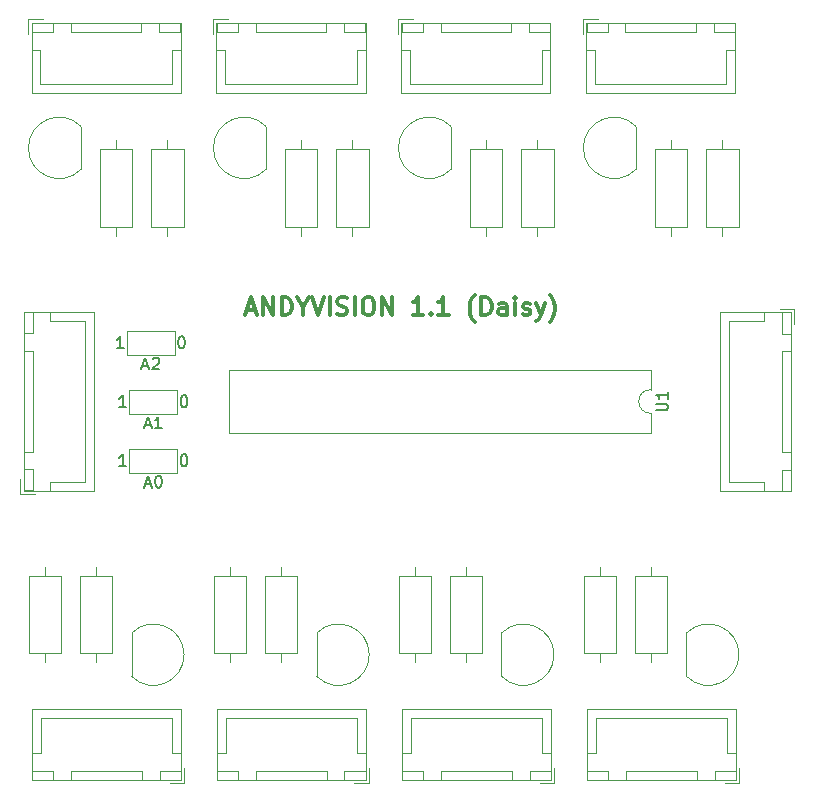
<source format=gbr>
%TF.GenerationSoftware,KiCad,Pcbnew,(6.0.10-0)*%
%TF.CreationDate,2023-02-19T00:01:58-07:00*%
%TF.ProjectId,andyvision_kicad,616e6479-7669-4736-996f-6e5f6b696361,1.0*%
%TF.SameCoordinates,Original*%
%TF.FileFunction,Legend,Top*%
%TF.FilePolarity,Positive*%
%FSLAX46Y46*%
G04 Gerber Fmt 4.6, Leading zero omitted, Abs format (unit mm)*
G04 Created by KiCad (PCBNEW (6.0.10-0)) date 2023-02-19 00:01:58*
%MOMM*%
%LPD*%
G01*
G04 APERTURE LIST*
%ADD10C,0.300000*%
%ADD11C,0.150000*%
%ADD12C,0.120000*%
G04 APERTURE END LIST*
D10*
X131928571Y-86250000D02*
X132642857Y-86250000D01*
X131785714Y-86678571D02*
X132285714Y-85178571D01*
X132785714Y-86678571D01*
X133285714Y-86678571D02*
X133285714Y-85178571D01*
X134142857Y-86678571D01*
X134142857Y-85178571D01*
X134857142Y-86678571D02*
X134857142Y-85178571D01*
X135214285Y-85178571D01*
X135428571Y-85250000D01*
X135571428Y-85392857D01*
X135642857Y-85535714D01*
X135714285Y-85821428D01*
X135714285Y-86035714D01*
X135642857Y-86321428D01*
X135571428Y-86464285D01*
X135428571Y-86607142D01*
X135214285Y-86678571D01*
X134857142Y-86678571D01*
X136642857Y-85964285D02*
X136642857Y-86678571D01*
X136142857Y-85178571D02*
X136642857Y-85964285D01*
X137142857Y-85178571D01*
X137428571Y-85178571D02*
X137928571Y-86678571D01*
X138428571Y-85178571D01*
X138928571Y-86678571D02*
X138928571Y-85178571D01*
X139571428Y-86607142D02*
X139785714Y-86678571D01*
X140142857Y-86678571D01*
X140285714Y-86607142D01*
X140357142Y-86535714D01*
X140428571Y-86392857D01*
X140428571Y-86250000D01*
X140357142Y-86107142D01*
X140285714Y-86035714D01*
X140142857Y-85964285D01*
X139857142Y-85892857D01*
X139714285Y-85821428D01*
X139642857Y-85750000D01*
X139571428Y-85607142D01*
X139571428Y-85464285D01*
X139642857Y-85321428D01*
X139714285Y-85250000D01*
X139857142Y-85178571D01*
X140214285Y-85178571D01*
X140428571Y-85250000D01*
X141071428Y-86678571D02*
X141071428Y-85178571D01*
X142071428Y-85178571D02*
X142357142Y-85178571D01*
X142500000Y-85250000D01*
X142642857Y-85392857D01*
X142714285Y-85678571D01*
X142714285Y-86178571D01*
X142642857Y-86464285D01*
X142500000Y-86607142D01*
X142357142Y-86678571D01*
X142071428Y-86678571D01*
X141928571Y-86607142D01*
X141785714Y-86464285D01*
X141714285Y-86178571D01*
X141714285Y-85678571D01*
X141785714Y-85392857D01*
X141928571Y-85250000D01*
X142071428Y-85178571D01*
X143357142Y-86678571D02*
X143357142Y-85178571D01*
X144214285Y-86678571D01*
X144214285Y-85178571D01*
X146857142Y-86678571D02*
X146000000Y-86678571D01*
X146428571Y-86678571D02*
X146428571Y-85178571D01*
X146285714Y-85392857D01*
X146142857Y-85535714D01*
X146000000Y-85607142D01*
X147500000Y-86535714D02*
X147571428Y-86607142D01*
X147500000Y-86678571D01*
X147428571Y-86607142D01*
X147500000Y-86535714D01*
X147500000Y-86678571D01*
X149000000Y-86678571D02*
X148142857Y-86678571D01*
X148571428Y-86678571D02*
X148571428Y-85178571D01*
X148428571Y-85392857D01*
X148285714Y-85535714D01*
X148142857Y-85607142D01*
X151214285Y-87250000D02*
X151142857Y-87178571D01*
X151000000Y-86964285D01*
X150928571Y-86821428D01*
X150857142Y-86607142D01*
X150785714Y-86250000D01*
X150785714Y-85964285D01*
X150857142Y-85607142D01*
X150928571Y-85392857D01*
X151000000Y-85250000D01*
X151142857Y-85035714D01*
X151214285Y-84964285D01*
X151785714Y-86678571D02*
X151785714Y-85178571D01*
X152142857Y-85178571D01*
X152357142Y-85250000D01*
X152500000Y-85392857D01*
X152571428Y-85535714D01*
X152642857Y-85821428D01*
X152642857Y-86035714D01*
X152571428Y-86321428D01*
X152500000Y-86464285D01*
X152357142Y-86607142D01*
X152142857Y-86678571D01*
X151785714Y-86678571D01*
X153928571Y-86678571D02*
X153928571Y-85892857D01*
X153857142Y-85750000D01*
X153714285Y-85678571D01*
X153428571Y-85678571D01*
X153285714Y-85750000D01*
X153928571Y-86607142D02*
X153785714Y-86678571D01*
X153428571Y-86678571D01*
X153285714Y-86607142D01*
X153214285Y-86464285D01*
X153214285Y-86321428D01*
X153285714Y-86178571D01*
X153428571Y-86107142D01*
X153785714Y-86107142D01*
X153928571Y-86035714D01*
X154642857Y-86678571D02*
X154642857Y-85678571D01*
X154642857Y-85178571D02*
X154571428Y-85250000D01*
X154642857Y-85321428D01*
X154714285Y-85250000D01*
X154642857Y-85178571D01*
X154642857Y-85321428D01*
X155285714Y-86607142D02*
X155428571Y-86678571D01*
X155714285Y-86678571D01*
X155857142Y-86607142D01*
X155928571Y-86464285D01*
X155928571Y-86392857D01*
X155857142Y-86250000D01*
X155714285Y-86178571D01*
X155500000Y-86178571D01*
X155357142Y-86107142D01*
X155285714Y-85964285D01*
X155285714Y-85892857D01*
X155357142Y-85750000D01*
X155500000Y-85678571D01*
X155714285Y-85678571D01*
X155857142Y-85750000D01*
X156428571Y-85678571D02*
X156785714Y-86678571D01*
X157142857Y-85678571D02*
X156785714Y-86678571D01*
X156642857Y-87035714D01*
X156571428Y-87107142D01*
X156428571Y-87178571D01*
X157571428Y-87250000D02*
X157642857Y-87178571D01*
X157785714Y-86964285D01*
X157857142Y-86821428D01*
X157928571Y-86607142D01*
X158000000Y-86250000D01*
X158000000Y-85964285D01*
X157928571Y-85607142D01*
X157857142Y-85392857D01*
X157785714Y-85250000D01*
X157642857Y-85035714D01*
X157571428Y-84964285D01*
D11*
%TO.C,A0*%
X123285714Y-100991666D02*
X123761904Y-100991666D01*
X123190476Y-101277380D02*
X123523809Y-100277380D01*
X123857142Y-101277380D01*
X124380952Y-100277380D02*
X124476190Y-100277380D01*
X124571428Y-100325000D01*
X124619047Y-100372619D01*
X124666666Y-100467857D01*
X124714285Y-100658333D01*
X124714285Y-100896428D01*
X124666666Y-101086904D01*
X124619047Y-101182142D01*
X124571428Y-101229761D01*
X124476190Y-101277380D01*
X124380952Y-101277380D01*
X124285714Y-101229761D01*
X124238095Y-101182142D01*
X124190476Y-101086904D01*
X124142857Y-100896428D01*
X124142857Y-100658333D01*
X124190476Y-100467857D01*
X124238095Y-100372619D01*
X124285714Y-100325000D01*
X124380952Y-100277380D01*
X126552380Y-98477380D02*
X126647619Y-98477380D01*
X126742857Y-98525000D01*
X126790476Y-98572619D01*
X126838095Y-98667857D01*
X126885714Y-98858333D01*
X126885714Y-99096428D01*
X126838095Y-99286904D01*
X126790476Y-99382142D01*
X126742857Y-99429761D01*
X126647619Y-99477380D01*
X126552380Y-99477380D01*
X126457142Y-99429761D01*
X126409523Y-99382142D01*
X126361904Y-99286904D01*
X126314285Y-99096428D01*
X126314285Y-98858333D01*
X126361904Y-98667857D01*
X126409523Y-98572619D01*
X126457142Y-98525000D01*
X126552380Y-98477380D01*
X121685714Y-99477380D02*
X121114285Y-99477380D01*
X121400000Y-99477380D02*
X121400000Y-98477380D01*
X121304761Y-98620238D01*
X121209523Y-98715476D01*
X121114285Y-98763095D01*
%TO.C,A1*%
X123285714Y-95991666D02*
X123761904Y-95991666D01*
X123190476Y-96277380D02*
X123523809Y-95277380D01*
X123857142Y-96277380D01*
X124714285Y-96277380D02*
X124142857Y-96277380D01*
X124428571Y-96277380D02*
X124428571Y-95277380D01*
X124333333Y-95420238D01*
X124238095Y-95515476D01*
X124142857Y-95563095D01*
X121685714Y-94477380D02*
X121114285Y-94477380D01*
X121400000Y-94477380D02*
X121400000Y-93477380D01*
X121304761Y-93620238D01*
X121209523Y-93715476D01*
X121114285Y-93763095D01*
X126552380Y-93477380D02*
X126647619Y-93477380D01*
X126742857Y-93525000D01*
X126790476Y-93572619D01*
X126838095Y-93667857D01*
X126885714Y-93858333D01*
X126885714Y-94096428D01*
X126838095Y-94286904D01*
X126790476Y-94382142D01*
X126742857Y-94429761D01*
X126647619Y-94477380D01*
X126552380Y-94477380D01*
X126457142Y-94429761D01*
X126409523Y-94382142D01*
X126361904Y-94286904D01*
X126314285Y-94096428D01*
X126314285Y-93858333D01*
X126361904Y-93667857D01*
X126409523Y-93572619D01*
X126457142Y-93525000D01*
X126552380Y-93477380D01*
%TO.C,U1*%
X166554880Y-94746904D02*
X167364404Y-94746904D01*
X167459642Y-94699285D01*
X167507261Y-94651666D01*
X167554880Y-94556428D01*
X167554880Y-94365952D01*
X167507261Y-94270714D01*
X167459642Y-94223095D01*
X167364404Y-94175476D01*
X166554880Y-94175476D01*
X167554880Y-93175476D02*
X167554880Y-93746904D01*
X167554880Y-93461190D02*
X166554880Y-93461190D01*
X166697738Y-93556428D01*
X166792976Y-93651666D01*
X166840595Y-93746904D01*
%TO.C,A2*%
X123085714Y-90991666D02*
X123561904Y-90991666D01*
X122990476Y-91277380D02*
X123323809Y-90277380D01*
X123657142Y-91277380D01*
X123942857Y-90372619D02*
X123990476Y-90325000D01*
X124085714Y-90277380D01*
X124323809Y-90277380D01*
X124419047Y-90325000D01*
X124466666Y-90372619D01*
X124514285Y-90467857D01*
X124514285Y-90563095D01*
X124466666Y-90705952D01*
X123895238Y-91277380D01*
X124514285Y-91277380D01*
X121485714Y-89477380D02*
X120914285Y-89477380D01*
X121200000Y-89477380D02*
X121200000Y-88477380D01*
X121104761Y-88620238D01*
X121009523Y-88715476D01*
X120914285Y-88763095D01*
X126352380Y-88477380D02*
X126447619Y-88477380D01*
X126542857Y-88525000D01*
X126590476Y-88572619D01*
X126638095Y-88667857D01*
X126685714Y-88858333D01*
X126685714Y-89096428D01*
X126638095Y-89286904D01*
X126590476Y-89382142D01*
X126542857Y-89429761D01*
X126447619Y-89477380D01*
X126352380Y-89477380D01*
X126257142Y-89429761D01*
X126209523Y-89382142D01*
X126161904Y-89286904D01*
X126114285Y-89096428D01*
X126114285Y-88858333D01*
X126161904Y-88667857D01*
X126209523Y-88572619D01*
X126257142Y-88525000D01*
X126352380Y-88477380D01*
D12*
%TO.C,R12*%
X149120000Y-115300000D02*
X151860000Y-115300000D01*
X151860000Y-108760000D02*
X149120000Y-108760000D01*
X150490000Y-107990000D02*
X150490000Y-108760000D01*
X149120000Y-108760000D02*
X149120000Y-115300000D01*
X151860000Y-115300000D02*
X151860000Y-108760000D01*
X150490000Y-116070000D02*
X150490000Y-115300000D01*
%TO.C,R16*%
X120540000Y-115300000D02*
X120540000Y-108760000D01*
X119170000Y-116070000D02*
X119170000Y-115300000D01*
X120540000Y-108760000D02*
X117800000Y-108760000D01*
X117800000Y-108760000D02*
X117800000Y-115300000D01*
X119170000Y-107990000D02*
X119170000Y-108760000D01*
X117800000Y-115300000D02*
X120540000Y-115300000D01*
%TO.C,R6*%
X152190000Y-71880000D02*
X152190000Y-72650000D01*
X153560000Y-72650000D02*
X150820000Y-72650000D01*
X150820000Y-72650000D02*
X150820000Y-79190000D01*
X153560000Y-79190000D02*
X153560000Y-72650000D01*
X150820000Y-79190000D02*
X153560000Y-79190000D01*
X152190000Y-79960000D02*
X152190000Y-79190000D01*
%TO.C,R11*%
X147530000Y-115300000D02*
X147530000Y-108760000D01*
X146160000Y-116070000D02*
X146160000Y-115300000D01*
X144790000Y-108760000D02*
X144790000Y-115300000D01*
X144790000Y-115300000D02*
X147530000Y-115300000D01*
X147530000Y-108760000D02*
X144790000Y-108760000D01*
X146160000Y-107990000D02*
X146160000Y-108760000D01*
%TO.C,J2*%
X112725000Y-100575000D02*
X112725000Y-101825000D01*
X115275000Y-87175000D02*
X118225000Y-87175000D01*
X113775000Y-101525000D02*
X113775000Y-99725000D01*
X113015000Y-86415000D02*
X113015000Y-101535000D01*
X112725000Y-101825000D02*
X113975000Y-101825000D01*
X113025000Y-98225000D02*
X113775000Y-98225000D01*
X113025000Y-99725000D02*
X113025000Y-101525000D01*
X115275000Y-100775000D02*
X118225000Y-100775000D01*
X113025000Y-101525000D02*
X113775000Y-101525000D01*
X113775000Y-98225000D02*
X113775000Y-89725000D01*
X118225000Y-87175000D02*
X118225000Y-93975000D01*
X113025000Y-86425000D02*
X113025000Y-88225000D01*
X113015000Y-101535000D02*
X118985000Y-101535000D01*
X113775000Y-88225000D02*
X113775000Y-86425000D01*
X113025000Y-88225000D02*
X113775000Y-88225000D01*
X113775000Y-99725000D02*
X113025000Y-99725000D01*
X118225000Y-100775000D02*
X118225000Y-93975000D01*
X118985000Y-86415000D02*
X113015000Y-86415000D01*
X113775000Y-86425000D02*
X113025000Y-86425000D01*
X115275000Y-86425000D02*
X115275000Y-87175000D01*
X115275000Y-101525000D02*
X115275000Y-100775000D01*
X118985000Y-101535000D02*
X118985000Y-86415000D01*
X113775000Y-89725000D02*
X113025000Y-89725000D01*
X113025000Y-89725000D02*
X113025000Y-98225000D01*
%TO.C,J9*%
X141985000Y-123755000D02*
X141235000Y-123755000D01*
X132685000Y-125255000D02*
X132685000Y-126005000D01*
X129375000Y-126015000D02*
X141995000Y-126015000D01*
X142285000Y-126305000D02*
X142285000Y-125055000D01*
X141995000Y-120045000D02*
X129375000Y-120045000D01*
X129385000Y-126005000D02*
X131185000Y-126005000D01*
X141235000Y-120805000D02*
X135685000Y-120805000D01*
X140185000Y-126005000D02*
X141985000Y-126005000D01*
X141985000Y-126005000D02*
X141985000Y-125255000D01*
X129385000Y-125255000D02*
X129385000Y-126005000D01*
X141985000Y-125255000D02*
X140185000Y-125255000D01*
X130135000Y-120805000D02*
X135685000Y-120805000D01*
X131185000Y-126005000D02*
X131185000Y-125255000D01*
X140185000Y-125255000D02*
X140185000Y-126005000D01*
X129385000Y-123755000D02*
X130135000Y-123755000D01*
X130135000Y-123755000D02*
X130135000Y-120805000D01*
X131185000Y-125255000D02*
X129385000Y-125255000D01*
X132685000Y-126005000D02*
X138685000Y-126005000D01*
X141995000Y-126015000D02*
X141995000Y-120045000D01*
X141235000Y-123755000D02*
X141235000Y-120805000D01*
X141035000Y-126305000D02*
X142285000Y-126305000D01*
X138685000Y-126005000D02*
X138685000Y-125255000D01*
X138685000Y-125255000D02*
X132685000Y-125255000D01*
X129375000Y-120045000D02*
X129375000Y-126015000D01*
%TO.C,R13*%
X130485000Y-107990000D02*
X130485000Y-108760000D01*
X129115000Y-115300000D02*
X131855000Y-115300000D01*
X129115000Y-108760000D02*
X129115000Y-115300000D01*
X131855000Y-115300000D02*
X131855000Y-108760000D01*
X130485000Y-116070000D02*
X130485000Y-115300000D01*
X131855000Y-108760000D02*
X129115000Y-108760000D01*
%TO.C,Q4*%
X164860000Y-74320000D02*
X164860000Y-70720000D01*
X160409999Y-72520000D02*
G75*
G03*
X164848478Y-74358478I2600001J0D01*
G01*
X164848478Y-70681522D02*
G75*
G03*
X160410000Y-72520000I-1838478J-1838478D01*
G01*
%TO.C,A0*%
X126050000Y-100025000D02*
X121950000Y-100025000D01*
X121950000Y-98025000D02*
X126050000Y-98025000D01*
X121950000Y-100025000D02*
X121950000Y-98025000D01*
X126050000Y-98025000D02*
X126050000Y-100025000D01*
%TO.C,J4*%
X130310000Y-61645000D02*
X129060000Y-61645000D01*
X141960000Y-64195000D02*
X141210000Y-64195000D01*
X141970000Y-67905000D02*
X141970000Y-61935000D01*
X140160000Y-61945000D02*
X140160000Y-62695000D01*
X138660000Y-62695000D02*
X138660000Y-61945000D01*
X130110000Y-64195000D02*
X130110000Y-67145000D01*
X129360000Y-62695000D02*
X131160000Y-62695000D01*
X140160000Y-62695000D02*
X141960000Y-62695000D01*
X129360000Y-61945000D02*
X129360000Y-62695000D01*
X131160000Y-61945000D02*
X129360000Y-61945000D01*
X141960000Y-61945000D02*
X140160000Y-61945000D01*
X141210000Y-67145000D02*
X135660000Y-67145000D01*
X138660000Y-61945000D02*
X132660000Y-61945000D01*
X130110000Y-67145000D02*
X135660000Y-67145000D01*
X129360000Y-64195000D02*
X130110000Y-64195000D01*
X132660000Y-62695000D02*
X138660000Y-62695000D01*
X129350000Y-67905000D02*
X141970000Y-67905000D01*
X132660000Y-61945000D02*
X132660000Y-62695000D01*
X141970000Y-61935000D02*
X129350000Y-61935000D01*
X129350000Y-61935000D02*
X129350000Y-67905000D01*
X141960000Y-62695000D02*
X141960000Y-61945000D01*
X131160000Y-62695000D02*
X131160000Y-61945000D01*
X129060000Y-61645000D02*
X129060000Y-62895000D01*
X141210000Y-64195000D02*
X141210000Y-67145000D01*
%TO.C,A1*%
X121950000Y-93025000D02*
X126050000Y-93025000D01*
X126050000Y-95025000D02*
X121950000Y-95025000D01*
X121950000Y-95025000D02*
X121950000Y-93025000D01*
X126050000Y-93025000D02*
X126050000Y-95025000D01*
%TO.C,R4*%
X135160000Y-72650000D02*
X135160000Y-79190000D01*
X137900000Y-72650000D02*
X135160000Y-72650000D01*
X136530000Y-79960000D02*
X136530000Y-79190000D01*
X135160000Y-79190000D02*
X137900000Y-79190000D01*
X137900000Y-79190000D02*
X137900000Y-72650000D01*
X136530000Y-71880000D02*
X136530000Y-72650000D01*
%TO.C,Q7*%
X137835000Y-113630000D02*
X137835000Y-117230000D01*
X142285001Y-115430000D02*
G75*
G03*
X137846522Y-113591522I-2600001J0D01*
G01*
X137846522Y-117268478D02*
G75*
G03*
X142285000Y-115430000I1838478J1838478D01*
G01*
%TO.C,R8*%
X167850000Y-71880000D02*
X167850000Y-72650000D01*
X167850000Y-79960000D02*
X167850000Y-79190000D01*
X169220000Y-79190000D02*
X169220000Y-72650000D01*
X166480000Y-79190000D02*
X169220000Y-79190000D01*
X166480000Y-72650000D02*
X166480000Y-79190000D01*
X169220000Y-72650000D02*
X166480000Y-72650000D01*
%TO.C,Q6*%
X153480000Y-113630000D02*
X153480000Y-117230000D01*
X157930001Y-115430000D02*
G75*
G03*
X153491522Y-113591522I-2600001J0D01*
G01*
X153491522Y-117268478D02*
G75*
G03*
X157930000Y-115430000I1838478J1838478D01*
G01*
%TO.C,R7*%
X172180000Y-71880000D02*
X172180000Y-72650000D01*
X170810000Y-72650000D02*
X170810000Y-79190000D01*
X173550000Y-79190000D02*
X173550000Y-72650000D01*
X170810000Y-79190000D02*
X173550000Y-79190000D01*
X173550000Y-72650000D02*
X170810000Y-72650000D01*
X172180000Y-79960000D02*
X172180000Y-79190000D01*
%TO.C,Q3*%
X149200000Y-74320000D02*
X149200000Y-70720000D01*
X144749999Y-72520000D02*
G75*
G03*
X149188478Y-74358478I2600001J0D01*
G01*
X149188478Y-70681522D02*
G75*
G03*
X144750000Y-72520000I-1838478J-1838478D01*
G01*
%TO.C,Q5*%
X169140000Y-113630000D02*
X169140000Y-117230000D01*
X173590001Y-115430000D02*
G75*
G03*
X169151522Y-113591522I-2600001J0D01*
G01*
X169151522Y-117268478D02*
G75*
G03*
X173590000Y-115430000I1838478J1838478D01*
G01*
%TO.C,J8*%
X145060000Y-126005000D02*
X146860000Y-126005000D01*
X157660000Y-126005000D02*
X157660000Y-125255000D01*
X146860000Y-125255000D02*
X145060000Y-125255000D01*
X157660000Y-123755000D02*
X156910000Y-123755000D01*
X156910000Y-120805000D02*
X151360000Y-120805000D01*
X145050000Y-120045000D02*
X145050000Y-126015000D01*
X154360000Y-125255000D02*
X148360000Y-125255000D01*
X157670000Y-120045000D02*
X145050000Y-120045000D01*
X145810000Y-120805000D02*
X151360000Y-120805000D01*
X145060000Y-123755000D02*
X145810000Y-123755000D01*
X156910000Y-123755000D02*
X156910000Y-120805000D01*
X148360000Y-126005000D02*
X154360000Y-126005000D01*
X154360000Y-126005000D02*
X154360000Y-125255000D01*
X145810000Y-123755000D02*
X145810000Y-120805000D01*
X145060000Y-125255000D02*
X145060000Y-126005000D01*
X157660000Y-125255000D02*
X155860000Y-125255000D01*
X156710000Y-126305000D02*
X157960000Y-126305000D01*
X155860000Y-125255000D02*
X155860000Y-126005000D01*
X145050000Y-126015000D02*
X157670000Y-126015000D01*
X155860000Y-126005000D02*
X157660000Y-126005000D01*
X157960000Y-126305000D02*
X157960000Y-125055000D01*
X157670000Y-126015000D02*
X157670000Y-120045000D01*
X146860000Y-126005000D02*
X146860000Y-125255000D01*
X148360000Y-125255000D02*
X148360000Y-126005000D01*
%TO.C,J5*%
X145010000Y-67905000D02*
X157630000Y-67905000D01*
X145020000Y-62695000D02*
X146820000Y-62695000D01*
X145770000Y-67145000D02*
X151320000Y-67145000D01*
X144720000Y-61645000D02*
X144720000Y-62895000D01*
X156870000Y-64195000D02*
X156870000Y-67145000D01*
X154320000Y-61945000D02*
X148320000Y-61945000D01*
X154320000Y-62695000D02*
X154320000Y-61945000D01*
X145010000Y-61935000D02*
X145010000Y-67905000D01*
X157620000Y-61945000D02*
X155820000Y-61945000D01*
X157630000Y-67905000D02*
X157630000Y-61935000D01*
X155820000Y-61945000D02*
X155820000Y-62695000D01*
X148320000Y-61945000D02*
X148320000Y-62695000D01*
X145770000Y-64195000D02*
X145770000Y-67145000D01*
X145020000Y-64195000D02*
X145770000Y-64195000D01*
X157630000Y-61935000D02*
X145010000Y-61935000D01*
X156870000Y-67145000D02*
X151320000Y-67145000D01*
X145970000Y-61645000D02*
X144720000Y-61645000D01*
X157620000Y-64195000D02*
X156870000Y-64195000D01*
X155820000Y-62695000D02*
X157620000Y-62695000D01*
X146820000Y-62695000D02*
X146820000Y-61945000D01*
X148320000Y-62695000D02*
X154320000Y-62695000D01*
X145020000Y-61945000D02*
X145020000Y-62695000D01*
X157620000Y-62695000D02*
X157620000Y-61945000D01*
X146820000Y-61945000D02*
X145020000Y-61945000D01*
%TO.C,J10*%
X126340000Y-126005000D02*
X126340000Y-125255000D01*
X115540000Y-126005000D02*
X115540000Y-125255000D01*
X115540000Y-125255000D02*
X113740000Y-125255000D01*
X125590000Y-123755000D02*
X125590000Y-120805000D01*
X113730000Y-120045000D02*
X113730000Y-126015000D01*
X114490000Y-123755000D02*
X114490000Y-120805000D01*
X124540000Y-125255000D02*
X124540000Y-126005000D01*
X126340000Y-123755000D02*
X125590000Y-123755000D01*
X126340000Y-125255000D02*
X124540000Y-125255000D01*
X113730000Y-126015000D02*
X126350000Y-126015000D01*
X113740000Y-126005000D02*
X115540000Y-126005000D01*
X123040000Y-126005000D02*
X123040000Y-125255000D01*
X126350000Y-120045000D02*
X113730000Y-120045000D01*
X123040000Y-125255000D02*
X117040000Y-125255000D01*
X124540000Y-126005000D02*
X126340000Y-126005000D01*
X113740000Y-125255000D02*
X113740000Y-126005000D01*
X126640000Y-126305000D02*
X126640000Y-125055000D01*
X125390000Y-126305000D02*
X126640000Y-126305000D01*
X125590000Y-120805000D02*
X120040000Y-120805000D01*
X117040000Y-126005000D02*
X123040000Y-126005000D01*
X126350000Y-126015000D02*
X126350000Y-120045000D01*
X117040000Y-125255000D02*
X117040000Y-126005000D01*
X113740000Y-123755000D02*
X114490000Y-123755000D01*
X114490000Y-120805000D02*
X120040000Y-120805000D01*
%TO.C,Q1*%
X117880000Y-74320000D02*
X117880000Y-70720000D01*
X113429999Y-72520000D02*
G75*
G03*
X117868478Y-74358478I2600001J0D01*
G01*
X117868478Y-70681522D02*
G75*
G03*
X113430000Y-72520000I-1838478J-1838478D01*
G01*
%TO.C,Q2*%
X133540000Y-74320000D02*
X133540000Y-70720000D01*
X129089999Y-72520000D02*
G75*
G03*
X133528478Y-74358478I2600001J0D01*
G01*
X133528478Y-70681522D02*
G75*
G03*
X129090000Y-72520000I-1838478J-1838478D01*
G01*
%TO.C,R9*%
X160450000Y-115300000D02*
X163190000Y-115300000D01*
X161820000Y-107990000D02*
X161820000Y-108760000D01*
X163190000Y-115300000D02*
X163190000Y-108760000D01*
X160450000Y-108760000D02*
X160450000Y-115300000D01*
X163190000Y-108760000D02*
X160450000Y-108760000D01*
X161820000Y-116070000D02*
X161820000Y-115300000D01*
%TO.C,U1*%
X166102500Y-92985000D02*
X166102500Y-91335000D01*
X166102500Y-96635000D02*
X166102500Y-94985000D01*
X130422500Y-91335000D02*
X130422500Y-96635000D01*
X166102500Y-91335000D02*
X130422500Y-91335000D01*
X130422500Y-96635000D02*
X166102500Y-96635000D01*
X166102500Y-92985000D02*
G75*
G03*
X166102500Y-94985000I0J-1000000D01*
G01*
%TO.C,R2*%
X122240000Y-79190000D02*
X122240000Y-72650000D01*
X119500000Y-79190000D02*
X122240000Y-79190000D01*
X122240000Y-72650000D02*
X119500000Y-72650000D01*
X120870000Y-79960000D02*
X120870000Y-79190000D01*
X120870000Y-71880000D02*
X120870000Y-72650000D01*
X119500000Y-72650000D02*
X119500000Y-79190000D01*
%TO.C,Q8*%
X122160000Y-113630000D02*
X122160000Y-117230000D01*
X122171522Y-117268478D02*
G75*
G03*
X126610000Y-115430000I1838478J1838478D01*
G01*
X126610001Y-115430000D02*
G75*
G03*
X122171522Y-113591522I-2600001J0D01*
G01*
%TO.C,R3*%
X140860000Y-79960000D02*
X140860000Y-79190000D01*
X140860000Y-71880000D02*
X140860000Y-72650000D01*
X142230000Y-72650000D02*
X139490000Y-72650000D01*
X142230000Y-79190000D02*
X142230000Y-72650000D01*
X139490000Y-79190000D02*
X142230000Y-79190000D01*
X139490000Y-72650000D02*
X139490000Y-79190000D01*
%TO.C,R1*%
X125200000Y-71880000D02*
X125200000Y-72650000D01*
X126570000Y-79190000D02*
X126570000Y-72650000D01*
X125200000Y-79960000D02*
X125200000Y-79190000D01*
X123830000Y-79190000D02*
X126570000Y-79190000D01*
X123830000Y-72650000D02*
X123830000Y-79190000D01*
X126570000Y-72650000D02*
X123830000Y-72650000D01*
%TO.C,J6*%
X171480000Y-61945000D02*
X171480000Y-62695000D01*
X163980000Y-61945000D02*
X163980000Y-62695000D01*
X173290000Y-67905000D02*
X173290000Y-61935000D01*
X173290000Y-61935000D02*
X160670000Y-61935000D01*
X163980000Y-62695000D02*
X169980000Y-62695000D01*
X161430000Y-64195000D02*
X161430000Y-67145000D01*
X162480000Y-62695000D02*
X162480000Y-61945000D01*
X160680000Y-64195000D02*
X161430000Y-64195000D01*
X160670000Y-67905000D02*
X173290000Y-67905000D01*
X172530000Y-64195000D02*
X172530000Y-67145000D01*
X173280000Y-64195000D02*
X172530000Y-64195000D01*
X161630000Y-61645000D02*
X160380000Y-61645000D01*
X173280000Y-61945000D02*
X171480000Y-61945000D01*
X171480000Y-62695000D02*
X173280000Y-62695000D01*
X160380000Y-61645000D02*
X160380000Y-62895000D01*
X169980000Y-61945000D02*
X163980000Y-61945000D01*
X160680000Y-61945000D02*
X160680000Y-62695000D01*
X173280000Y-62695000D02*
X173280000Y-61945000D01*
X169980000Y-62695000D02*
X169980000Y-61945000D01*
X160680000Y-62695000D02*
X162480000Y-62695000D01*
X172530000Y-67145000D02*
X166980000Y-67145000D01*
X161430000Y-67145000D02*
X166980000Y-67145000D01*
X160670000Y-61935000D02*
X160670000Y-67905000D01*
X162480000Y-61945000D02*
X160680000Y-61945000D01*
%TO.C,R10*%
X167520000Y-115300000D02*
X167520000Y-108760000D01*
X164780000Y-115300000D02*
X167520000Y-115300000D01*
X166150000Y-107990000D02*
X166150000Y-108760000D01*
X164780000Y-108760000D02*
X164780000Y-115300000D01*
X167520000Y-108760000D02*
X164780000Y-108760000D01*
X166150000Y-116070000D02*
X166150000Y-115300000D01*
%TO.C,J1*%
X175725000Y-86450000D02*
X175725000Y-87200000D01*
X172775000Y-100800000D02*
X172775000Y-94000000D01*
X177225000Y-101550000D02*
X177975000Y-101550000D01*
X177975000Y-86450000D02*
X177225000Y-86450000D01*
X177225000Y-89750000D02*
X177225000Y-98250000D01*
X177225000Y-88250000D02*
X177975000Y-88250000D01*
X177225000Y-86450000D02*
X177225000Y-88250000D01*
X177975000Y-98250000D02*
X177975000Y-89750000D01*
X177975000Y-88250000D02*
X177975000Y-86450000D01*
X172015000Y-86440000D02*
X172015000Y-101560000D01*
X177985000Y-86440000D02*
X172015000Y-86440000D01*
X178275000Y-86150000D02*
X177025000Y-86150000D01*
X177975000Y-101550000D02*
X177975000Y-99750000D01*
X175725000Y-87200000D02*
X172775000Y-87200000D01*
X175725000Y-101550000D02*
X175725000Y-100800000D01*
X178275000Y-87400000D02*
X178275000Y-86150000D01*
X177975000Y-99750000D02*
X177225000Y-99750000D01*
X177225000Y-98250000D02*
X177975000Y-98250000D01*
X172775000Y-87200000D02*
X172775000Y-94000000D01*
X177975000Y-89750000D02*
X177225000Y-89750000D01*
X177985000Y-101560000D02*
X177985000Y-86440000D01*
X175725000Y-100800000D02*
X172775000Y-100800000D01*
X177225000Y-99750000D02*
X177225000Y-101550000D01*
X172015000Y-101560000D02*
X177985000Y-101560000D01*
%TO.C,J3*%
X117000000Y-61945000D02*
X117000000Y-62695000D01*
X123000000Y-61945000D02*
X117000000Y-61945000D01*
X124500000Y-61945000D02*
X124500000Y-62695000D01*
X126300000Y-64195000D02*
X125550000Y-64195000D01*
X125550000Y-64195000D02*
X125550000Y-67145000D01*
X114650000Y-61645000D02*
X113400000Y-61645000D01*
X113400000Y-61645000D02*
X113400000Y-62895000D01*
X125550000Y-67145000D02*
X120000000Y-67145000D01*
X126300000Y-61945000D02*
X124500000Y-61945000D01*
X113690000Y-67905000D02*
X126310000Y-67905000D01*
X123000000Y-62695000D02*
X123000000Y-61945000D01*
X113700000Y-62695000D02*
X115500000Y-62695000D01*
X126310000Y-61935000D02*
X113690000Y-61935000D01*
X115500000Y-62695000D02*
X115500000Y-61945000D01*
X117000000Y-62695000D02*
X123000000Y-62695000D01*
X126300000Y-62695000D02*
X126300000Y-61945000D01*
X115500000Y-61945000D02*
X113700000Y-61945000D01*
X113700000Y-64195000D02*
X114450000Y-64195000D01*
X124500000Y-62695000D02*
X126300000Y-62695000D01*
X113690000Y-61935000D02*
X113690000Y-67905000D01*
X113700000Y-61945000D02*
X113700000Y-62695000D01*
X114450000Y-67145000D02*
X120000000Y-67145000D01*
X114450000Y-64195000D02*
X114450000Y-67145000D01*
X126310000Y-67905000D02*
X126310000Y-61935000D01*
%TO.C,R15*%
X114840000Y-107990000D02*
X114840000Y-108760000D01*
X113470000Y-115300000D02*
X116210000Y-115300000D01*
X116210000Y-108760000D02*
X113470000Y-108760000D01*
X114840000Y-116070000D02*
X114840000Y-115300000D01*
X116210000Y-115300000D02*
X116210000Y-108760000D01*
X113470000Y-108760000D02*
X113470000Y-115300000D01*
%TO.C,A2*%
X125850000Y-88025000D02*
X125850000Y-90025000D01*
X125850000Y-90025000D02*
X121750000Y-90025000D01*
X121750000Y-88025000D02*
X125850000Y-88025000D01*
X121750000Y-90025000D02*
X121750000Y-88025000D01*
%TO.C,J7*%
X161470000Y-120805000D02*
X167020000Y-120805000D01*
X162520000Y-126005000D02*
X162520000Y-125255000D01*
X161470000Y-123755000D02*
X161470000Y-120805000D01*
X162520000Y-125255000D02*
X160720000Y-125255000D01*
X160720000Y-126005000D02*
X162520000Y-126005000D01*
X160720000Y-125255000D02*
X160720000Y-126005000D01*
X164020000Y-125255000D02*
X164020000Y-126005000D01*
X171520000Y-125255000D02*
X171520000Y-126005000D01*
X173320000Y-126005000D02*
X173320000Y-125255000D01*
X172370000Y-126305000D02*
X173620000Y-126305000D01*
X173320000Y-123755000D02*
X172570000Y-123755000D01*
X173620000Y-126305000D02*
X173620000Y-125055000D01*
X160710000Y-120045000D02*
X160710000Y-126015000D01*
X170020000Y-126005000D02*
X170020000Y-125255000D01*
X173330000Y-126015000D02*
X173330000Y-120045000D01*
X164020000Y-126005000D02*
X170020000Y-126005000D01*
X173330000Y-120045000D02*
X160710000Y-120045000D01*
X172570000Y-123755000D02*
X172570000Y-120805000D01*
X160720000Y-123755000D02*
X161470000Y-123755000D01*
X171520000Y-126005000D02*
X173320000Y-126005000D01*
X160710000Y-126015000D02*
X173330000Y-126015000D01*
X173320000Y-125255000D02*
X171520000Y-125255000D01*
X172570000Y-120805000D02*
X167020000Y-120805000D01*
X170020000Y-125255000D02*
X164020000Y-125255000D01*
%TO.C,R5*%
X157890000Y-79190000D02*
X157890000Y-72650000D01*
X157890000Y-72650000D02*
X155150000Y-72650000D01*
X156520000Y-79960000D02*
X156520000Y-79190000D01*
X155150000Y-79190000D02*
X157890000Y-79190000D01*
X156520000Y-71880000D02*
X156520000Y-72650000D01*
X155150000Y-72650000D02*
X155150000Y-79190000D01*
%TO.C,R14*%
X136200000Y-108760000D02*
X133460000Y-108760000D01*
X134830000Y-116070000D02*
X134830000Y-115300000D01*
X133460000Y-108760000D02*
X133460000Y-115300000D01*
X136200000Y-115300000D02*
X136200000Y-108760000D01*
X133460000Y-115300000D02*
X136200000Y-115300000D01*
X134830000Y-107990000D02*
X134830000Y-108760000D01*
%TD*%
M02*

</source>
